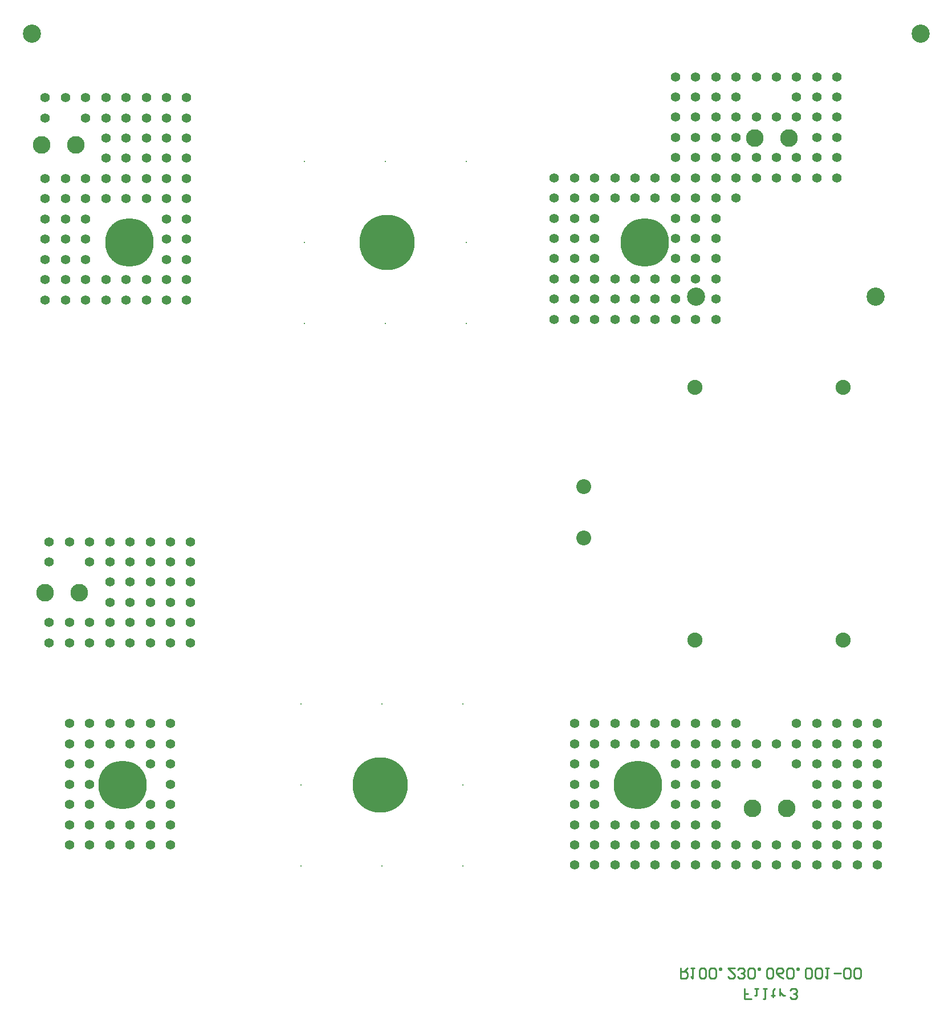
<source format=gbs>
G04 Layer_Color=16711935*
%FSLAX44Y44*%
%MOMM*%
G71*
G01*
G75*
%ADD21C,0.2500*%
%ADD24C,2.2032*%
%ADD25C,2.2352*%
%ADD26C,2.7032*%
%ADD27C,2.6162*%
%ADD28C,0.2032*%
%ADD29C,7.2032*%
%ADD30C,8.2032*%
%ADD31C,1.4032*%
D21*
X1088759Y87611D02*
X1078763D01*
Y95108D01*
X1083761D01*
X1078763D01*
Y102606D01*
X1093758D02*
X1098756D01*
X1096257D01*
Y92609D01*
X1093758D01*
X1106254Y102606D02*
X1111252D01*
X1108753D01*
Y87611D01*
X1106254D01*
X1121249Y90110D02*
Y92609D01*
X1118750D01*
X1123748D01*
X1121249D01*
Y100107D01*
X1123748Y102606D01*
X1131246Y92609D02*
Y102606D01*
Y97607D01*
X1133745Y95108D01*
X1136244Y92609D01*
X1138743D01*
X1146241Y90110D02*
X1148740Y87611D01*
X1153738D01*
X1156237Y90110D01*
Y92609D01*
X1153738Y95108D01*
X1151239D01*
X1153738D01*
X1156237Y97607D01*
Y100107D01*
X1153738Y102606D01*
X1148740D01*
X1146241Y100107D01*
X983793Y132998D02*
Y118002D01*
X991291D01*
X993790Y120502D01*
Y125500D01*
X991291Y127999D01*
X983793D01*
X988792D02*
X993790Y132998D01*
X998789D02*
X1003787D01*
X1001288D01*
Y118002D01*
X998789Y120502D01*
X1011284D02*
X1013784Y118002D01*
X1018782D01*
X1021281Y120502D01*
Y130498D01*
X1018782Y132998D01*
X1013784D01*
X1011284Y130498D01*
Y120502D01*
X1026280D02*
X1028779Y118002D01*
X1033777D01*
X1036276Y120502D01*
Y130498D01*
X1033777Y132998D01*
X1028779D01*
X1026280Y130498D01*
Y120502D01*
X1041275Y132998D02*
Y130498D01*
X1043774D01*
Y132998D01*
X1041275D01*
X1063767D02*
X1053771D01*
X1063767Y123001D01*
Y120502D01*
X1061268Y118002D01*
X1056270D01*
X1053771Y120502D01*
X1068766D02*
X1071265Y118002D01*
X1076263D01*
X1078763Y120502D01*
Y123001D01*
X1076263Y125500D01*
X1073764D01*
X1076263D01*
X1078763Y127999D01*
Y130498D01*
X1076263Y132998D01*
X1071265D01*
X1068766Y130498D01*
X1083761Y120502D02*
X1086260Y118002D01*
X1091258D01*
X1093758Y120502D01*
Y130498D01*
X1091258Y132998D01*
X1086260D01*
X1083761Y130498D01*
Y120502D01*
X1098756Y132998D02*
Y130498D01*
X1101255D01*
Y132998D01*
X1098756D01*
X1111252Y120502D02*
X1113751Y118002D01*
X1118750D01*
X1121249Y120502D01*
Y130498D01*
X1118750Y132998D01*
X1113751D01*
X1111252Y130498D01*
Y120502D01*
X1136244Y118002D02*
X1131246Y120502D01*
X1126247Y125500D01*
Y130498D01*
X1128746Y132998D01*
X1133745D01*
X1136244Y130498D01*
Y127999D01*
X1133745Y125500D01*
X1126247D01*
X1141242Y120502D02*
X1143742Y118002D01*
X1148740D01*
X1151239Y120502D01*
Y130498D01*
X1148740Y132998D01*
X1143742D01*
X1141242Y130498D01*
Y120502D01*
X1156237Y132998D02*
Y130498D01*
X1158737D01*
Y132998D01*
X1156237D01*
X1168734Y120502D02*
X1171233Y118002D01*
X1176231D01*
X1178730Y120502D01*
Y130498D01*
X1176231Y132998D01*
X1171233D01*
X1168734Y130498D01*
Y120502D01*
X1183729D02*
X1186228Y118002D01*
X1191226D01*
X1193725Y120502D01*
Y130498D01*
X1191226Y132998D01*
X1186228D01*
X1183729Y130498D01*
Y120502D01*
X1198724Y132998D02*
X1203722D01*
X1201223D01*
Y118002D01*
X1198724Y120502D01*
X1211220Y125500D02*
X1221217D01*
X1226215Y120502D02*
X1228714Y118002D01*
X1233712D01*
X1236212Y120502D01*
Y130498D01*
X1233712Y132998D01*
X1228714D01*
X1226215Y130498D01*
Y120502D01*
X1241210D02*
X1243709Y118002D01*
X1248708D01*
X1251207Y120502D01*
Y130498D01*
X1248708Y132998D01*
X1243709D01*
X1241210Y130498D01*
Y120502D01*
D24*
X840000Y848100D02*
D03*
Y771900D02*
D03*
D25*
X1005000Y620000D02*
D03*
Y995000D02*
D03*
X1225000Y620000D02*
D03*
Y995000D02*
D03*
D26*
X1273350Y1130000D02*
D03*
X1006650D02*
D03*
X20000Y1520000D02*
D03*
X1340000D02*
D03*
D27*
X1090000Y370000D02*
D03*
X1140800D02*
D03*
X40000Y690000D02*
D03*
X90800D02*
D03*
X35000Y1355000D02*
D03*
X85800D02*
D03*
X1094200Y1365000D02*
D03*
X1145000D02*
D03*
D28*
X425000Y1090000D02*
D03*
X545000D02*
D03*
X665000D02*
D03*
X425000Y1210000D02*
D03*
X665000D02*
D03*
Y1330000D02*
D03*
X545000D02*
D03*
X425000D02*
D03*
X660000Y525000D02*
D03*
X540000D02*
D03*
X420000D02*
D03*
X660000Y405000D02*
D03*
X420000D02*
D03*
Y285000D02*
D03*
X540000D02*
D03*
X660000D02*
D03*
D29*
X930000Y1210000D02*
D03*
X165000D02*
D03*
X155000Y405000D02*
D03*
X920000D02*
D03*
D30*
X547500Y1210000D02*
D03*
X537500Y405000D02*
D03*
D31*
X1216000Y1455999D02*
D03*
Y1425999D02*
D03*
Y1395999D02*
D03*
Y1365999D02*
D03*
Y1335999D02*
D03*
Y1305999D02*
D03*
X1186000Y1455999D02*
D03*
Y1425999D02*
D03*
Y1395999D02*
D03*
Y1365999D02*
D03*
Y1335999D02*
D03*
Y1305999D02*
D03*
X1156000Y1455999D02*
D03*
Y1425999D02*
D03*
Y1395999D02*
D03*
Y1335999D02*
D03*
Y1305999D02*
D03*
X1126000Y1455999D02*
D03*
Y1395999D02*
D03*
Y1335999D02*
D03*
Y1305999D02*
D03*
X1096000Y1455999D02*
D03*
Y1395999D02*
D03*
Y1335999D02*
D03*
Y1305999D02*
D03*
X1066000Y1455999D02*
D03*
Y1425999D02*
D03*
Y1395999D02*
D03*
Y1365999D02*
D03*
Y1335999D02*
D03*
Y1305999D02*
D03*
Y1276000D02*
D03*
X1036000Y1455999D02*
D03*
Y1425999D02*
D03*
Y1395999D02*
D03*
Y1365999D02*
D03*
Y1335999D02*
D03*
Y1305999D02*
D03*
Y1276000D02*
D03*
Y1246000D02*
D03*
Y1216000D02*
D03*
Y1186000D02*
D03*
Y1156000D02*
D03*
Y1126000D02*
D03*
Y1096000D02*
D03*
X1006000Y1455999D02*
D03*
Y1425999D02*
D03*
Y1395999D02*
D03*
Y1365999D02*
D03*
Y1335999D02*
D03*
Y1305999D02*
D03*
Y1276000D02*
D03*
Y1246000D02*
D03*
Y1216000D02*
D03*
Y1186000D02*
D03*
Y1156000D02*
D03*
Y1096000D02*
D03*
X976000Y1455999D02*
D03*
Y1425999D02*
D03*
Y1395999D02*
D03*
Y1365999D02*
D03*
Y1335999D02*
D03*
Y1305999D02*
D03*
Y1276000D02*
D03*
Y1246000D02*
D03*
Y1216000D02*
D03*
Y1186000D02*
D03*
Y1156000D02*
D03*
Y1126000D02*
D03*
Y1096000D02*
D03*
X946000Y1305999D02*
D03*
Y1276000D02*
D03*
Y1156000D02*
D03*
Y1126000D02*
D03*
Y1096000D02*
D03*
X916000Y1305999D02*
D03*
Y1276000D02*
D03*
Y1156000D02*
D03*
Y1126000D02*
D03*
Y1096000D02*
D03*
X886000Y1305999D02*
D03*
Y1276000D02*
D03*
Y1156000D02*
D03*
Y1126000D02*
D03*
Y1096000D02*
D03*
X856000Y1305999D02*
D03*
Y1276000D02*
D03*
Y1246000D02*
D03*
Y1216000D02*
D03*
Y1186000D02*
D03*
Y1156000D02*
D03*
Y1126000D02*
D03*
Y1096000D02*
D03*
X826000Y1305999D02*
D03*
Y1276000D02*
D03*
Y1246000D02*
D03*
Y1216000D02*
D03*
Y1186000D02*
D03*
Y1156000D02*
D03*
Y1126000D02*
D03*
Y1096000D02*
D03*
X796000Y1305999D02*
D03*
Y1276000D02*
D03*
Y1246000D02*
D03*
Y1216000D02*
D03*
Y1186000D02*
D03*
Y1156000D02*
D03*
Y1126000D02*
D03*
Y1096000D02*
D03*
X1276000Y496000D02*
D03*
Y466000D02*
D03*
Y436000D02*
D03*
Y406000D02*
D03*
Y376000D02*
D03*
Y346000D02*
D03*
Y316000D02*
D03*
Y286000D02*
D03*
X1246000Y496000D02*
D03*
Y466000D02*
D03*
Y436000D02*
D03*
Y406000D02*
D03*
Y376000D02*
D03*
Y346000D02*
D03*
Y316000D02*
D03*
Y286000D02*
D03*
X1216000Y496000D02*
D03*
Y466000D02*
D03*
Y436000D02*
D03*
Y406000D02*
D03*
Y376000D02*
D03*
Y346000D02*
D03*
Y316000D02*
D03*
Y286000D02*
D03*
X1186000Y496000D02*
D03*
Y466000D02*
D03*
Y436000D02*
D03*
Y406000D02*
D03*
Y376000D02*
D03*
Y346000D02*
D03*
Y316000D02*
D03*
Y286000D02*
D03*
X1156000Y496000D02*
D03*
Y466000D02*
D03*
Y436000D02*
D03*
Y316000D02*
D03*
Y286000D02*
D03*
X1126000Y466000D02*
D03*
Y316000D02*
D03*
Y286000D02*
D03*
X1096000Y466000D02*
D03*
Y436000D02*
D03*
Y316000D02*
D03*
Y286000D02*
D03*
X1066000Y496000D02*
D03*
Y466000D02*
D03*
Y436000D02*
D03*
Y316000D02*
D03*
Y286000D02*
D03*
X1036000Y496000D02*
D03*
Y466000D02*
D03*
Y436000D02*
D03*
Y406000D02*
D03*
Y376000D02*
D03*
Y346000D02*
D03*
Y316000D02*
D03*
Y286000D02*
D03*
X1006000Y496000D02*
D03*
Y466000D02*
D03*
Y436000D02*
D03*
Y406000D02*
D03*
Y376000D02*
D03*
Y346000D02*
D03*
Y316000D02*
D03*
Y286000D02*
D03*
X976000Y496000D02*
D03*
Y466000D02*
D03*
Y436000D02*
D03*
Y406000D02*
D03*
Y376000D02*
D03*
Y346000D02*
D03*
Y316000D02*
D03*
Y286000D02*
D03*
X946000Y496000D02*
D03*
Y466000D02*
D03*
Y346000D02*
D03*
Y316000D02*
D03*
Y286000D02*
D03*
X916000Y496000D02*
D03*
Y466000D02*
D03*
Y346000D02*
D03*
Y316000D02*
D03*
Y286000D02*
D03*
X886000Y496000D02*
D03*
Y466000D02*
D03*
Y346000D02*
D03*
Y316000D02*
D03*
Y286000D02*
D03*
X856000Y496000D02*
D03*
Y466000D02*
D03*
Y436000D02*
D03*
Y406000D02*
D03*
Y376000D02*
D03*
Y346000D02*
D03*
Y316000D02*
D03*
Y286000D02*
D03*
X826000Y496000D02*
D03*
Y466000D02*
D03*
Y436000D02*
D03*
Y406000D02*
D03*
Y376000D02*
D03*
Y346000D02*
D03*
Y316000D02*
D03*
Y286000D02*
D03*
X226000Y496000D02*
D03*
Y466000D02*
D03*
Y436000D02*
D03*
Y406000D02*
D03*
Y376000D02*
D03*
Y346000D02*
D03*
Y316000D02*
D03*
X196000Y496000D02*
D03*
Y466000D02*
D03*
Y436000D02*
D03*
Y376000D02*
D03*
Y346000D02*
D03*
Y316000D02*
D03*
X166000Y496000D02*
D03*
Y466000D02*
D03*
Y346000D02*
D03*
Y316000D02*
D03*
X136000Y496000D02*
D03*
Y466000D02*
D03*
Y346000D02*
D03*
Y316000D02*
D03*
X106000Y496000D02*
D03*
Y466000D02*
D03*
Y436000D02*
D03*
Y406000D02*
D03*
Y376000D02*
D03*
Y346000D02*
D03*
Y316000D02*
D03*
X76000Y496000D02*
D03*
Y466000D02*
D03*
Y436000D02*
D03*
Y406000D02*
D03*
Y376000D02*
D03*
Y346000D02*
D03*
Y316000D02*
D03*
X256000Y766000D02*
D03*
Y736000D02*
D03*
Y706000D02*
D03*
Y676000D02*
D03*
Y646000D02*
D03*
Y616000D02*
D03*
X226000Y766000D02*
D03*
Y736000D02*
D03*
Y706000D02*
D03*
Y676000D02*
D03*
Y646000D02*
D03*
Y616000D02*
D03*
X196000Y766000D02*
D03*
Y736000D02*
D03*
Y706000D02*
D03*
Y676000D02*
D03*
Y646000D02*
D03*
Y616000D02*
D03*
X166000Y766000D02*
D03*
Y736000D02*
D03*
Y706000D02*
D03*
Y676000D02*
D03*
Y646000D02*
D03*
Y616000D02*
D03*
X136000Y766000D02*
D03*
Y736000D02*
D03*
Y706000D02*
D03*
Y676000D02*
D03*
Y646000D02*
D03*
Y616000D02*
D03*
X106000Y766000D02*
D03*
Y736000D02*
D03*
Y646000D02*
D03*
Y616000D02*
D03*
X76000Y766000D02*
D03*
Y646000D02*
D03*
Y616000D02*
D03*
X46000Y766000D02*
D03*
Y736000D02*
D03*
Y646000D02*
D03*
Y616000D02*
D03*
X250000Y1425000D02*
D03*
Y1395000D02*
D03*
Y1365000D02*
D03*
Y1335000D02*
D03*
Y1305000D02*
D03*
Y1275000D02*
D03*
Y1245000D02*
D03*
Y1215000D02*
D03*
Y1185000D02*
D03*
Y1155000D02*
D03*
Y1125000D02*
D03*
X220000Y1425000D02*
D03*
Y1395000D02*
D03*
Y1365000D02*
D03*
Y1335000D02*
D03*
Y1305000D02*
D03*
Y1275000D02*
D03*
Y1245000D02*
D03*
Y1215000D02*
D03*
Y1185000D02*
D03*
Y1155000D02*
D03*
Y1125000D02*
D03*
X190000Y1425000D02*
D03*
Y1395000D02*
D03*
Y1365000D02*
D03*
Y1335000D02*
D03*
Y1305000D02*
D03*
Y1275000D02*
D03*
Y1155000D02*
D03*
Y1125000D02*
D03*
X160000Y1425000D02*
D03*
Y1395000D02*
D03*
Y1365000D02*
D03*
Y1335000D02*
D03*
Y1305000D02*
D03*
Y1275000D02*
D03*
Y1155000D02*
D03*
Y1125000D02*
D03*
X130000Y1425000D02*
D03*
Y1395000D02*
D03*
Y1365000D02*
D03*
Y1335000D02*
D03*
Y1305000D02*
D03*
Y1275000D02*
D03*
Y1155000D02*
D03*
Y1125000D02*
D03*
X100000Y1425000D02*
D03*
Y1395000D02*
D03*
Y1305000D02*
D03*
Y1275000D02*
D03*
Y1245000D02*
D03*
Y1215000D02*
D03*
Y1185000D02*
D03*
Y1155000D02*
D03*
Y1125000D02*
D03*
X70000Y1425000D02*
D03*
Y1305000D02*
D03*
Y1275000D02*
D03*
Y1245000D02*
D03*
Y1215000D02*
D03*
Y1185000D02*
D03*
Y1155000D02*
D03*
Y1125000D02*
D03*
X40000Y1425000D02*
D03*
Y1395000D02*
D03*
Y1305000D02*
D03*
Y1275000D02*
D03*
Y1245000D02*
D03*
Y1215000D02*
D03*
Y1185000D02*
D03*
Y1155000D02*
D03*
Y1125000D02*
D03*
M02*

</source>
